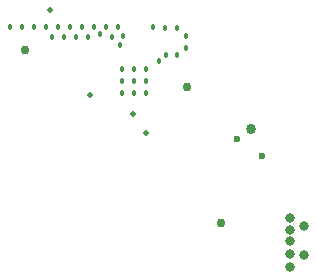
<source format=gbr>
G04 EAGLE Gerber RS-274X export*
G75*
%MOMM*%
%FSLAX34Y34*%
%LPD*%
%INVias*%
%IPPOS*%
%AMOC8*
5,1,8,0,0,1.08239X$1,22.5*%
G01*
%ADD10C,0.508000*%
%ADD11C,0.600000*%
%ADD12C,0.750000*%
%ADD13C,0.457200*%
%ADD14C,0.800000*%
%ADD15C,0.863600*%
%ADD16C,0.502400*%


D10*
X43434Y294894D03*
D11*
X223728Y170942D03*
D12*
X188468Y114554D03*
D13*
X10160Y280416D03*
X20320Y280416D03*
X30480Y280416D03*
X40640Y280416D03*
X45720Y271526D03*
X55880Y271526D03*
X50800Y280416D03*
X60960Y280416D03*
X71120Y280416D03*
X66040Y271526D03*
X151130Y279146D03*
X76200Y271526D03*
X86360Y274066D03*
X81280Y280416D03*
X91440Y280416D03*
X101600Y280416D03*
X96520Y271526D03*
X105410Y272796D03*
X130810Y280416D03*
X140970Y279146D03*
X158750Y272796D03*
X102870Y265176D03*
X158750Y262636D03*
X151130Y256286D03*
X142240Y256286D03*
X104648Y244602D03*
X104648Y234442D03*
X104648Y224282D03*
X114808Y234442D03*
X114808Y244602D03*
X114808Y224282D03*
X124968Y244602D03*
X124968Y234442D03*
X124968Y224282D03*
X135890Y251206D03*
D11*
X202392Y185420D03*
D14*
X246888Y87884D03*
X246888Y77216D03*
X246888Y98552D03*
X246888Y108458D03*
X246888Y118618D03*
X258699Y111252D03*
D15*
X213614Y194056D03*
D12*
X159512Y229504D03*
D16*
X77358Y222250D03*
D12*
X22256Y261030D03*
D10*
X114502Y206671D03*
D16*
X125476Y190654D03*
D14*
X258699Y87376D03*
M02*

</source>
